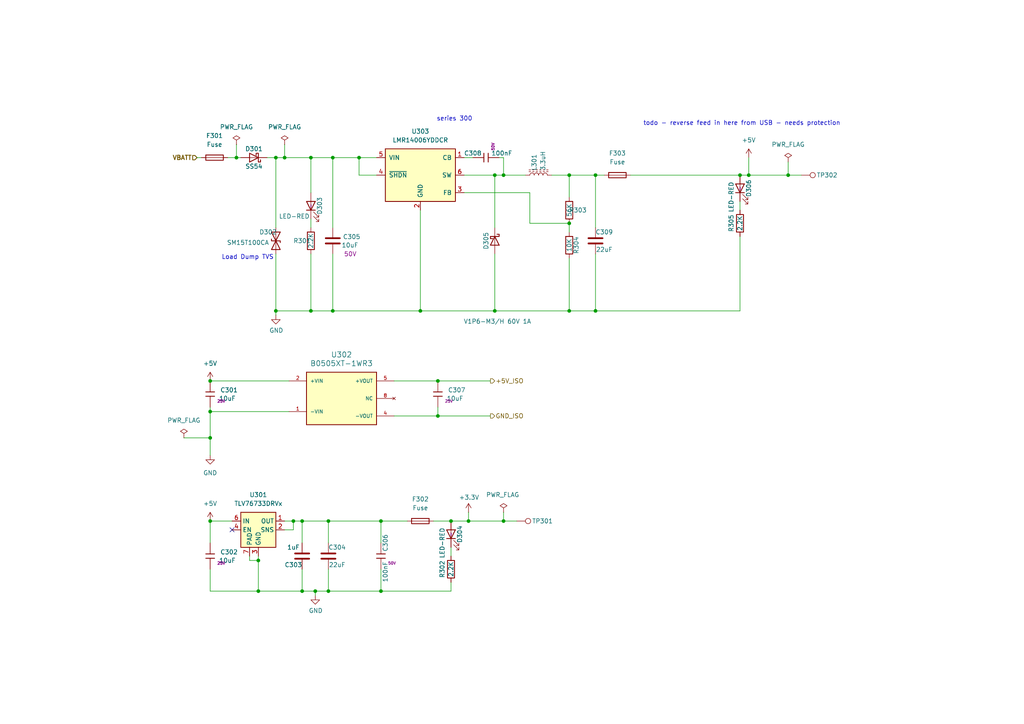
<source format=kicad_sch>
(kicad_sch (version 20250114) (generator "eeschema") (generator_version "9.0")
  (paper "A4")
  (lib_symbols
    (symbol "Connector:TestPoint" (pin_numbers (hide yes)) (pin_names (offset 0.762) (hide yes))
      (property "Reference" "TP" (at 0 6.858 0))
      (property "Value" "TestPoint" (at 0 5.08 0))
      (symbol "TestPoint_0_1"
        (circle (center 0 3.302) (radius 0.762))
      )
      (symbol "TestPoint_1_1"
        (pin passive line (at 0 0 90) (length 2.54) (name "1") (number "1"))
      )
    )
    (symbol "Device:C" (pin_numbers (hide yes)) (pin_names (offset 0.254))
      (property "Reference" "C" (at 0.635 2.54 0))
      (property "Value" "C" (at 0.635 -2.54 0))
      (symbol "C_0_1"
        (polyline (pts (xy -2.032 0.762) (xy 2.032 0.762)) (stroke (width 0.508)))
        (polyline (pts (xy -2.032 -0.762) (xy 2.032 -0.762)) (stroke (width 0.508)))
      )
      (symbol "C_1_1"
        (pin passive line (at 0 3.81 270) (length 2.794) (name "~") (number "1"))
        (pin passive line (at 0 -3.81 90) (length 2.794) (name "~") (number "2"))
      )
    )
    (symbol "Device:D_TVS" (pin_numbers (hide yes)) (pin_names (offset 1.016) (hide yes))
      (property "Reference" "D" (at 0 2.54 0))
      (property "Value" "D_TVS" (at 0 -2.54 0))
      (symbol "D_TVS_0_1"
        (polyline (pts (xy -2.54 1.27) (xy -2.54 -1.27) (xy 2.54 1.27) (xy 2.54 -1.27) (xy -2.54 1.27)) (stroke (width 0.254)))
        (polyline (pts (xy 0.508 1.27) (xy 0 1.27) (xy 0 -1.27) (xy -0.508 -1.27)) (stroke (width 0.254)))
        (polyline (pts (xy 1.27 0) (xy -1.27 0)))
      )
      (symbol "D_TVS_1_1"
        (pin passive line (at -3.81 0 0) (length 2.54) (name "A1") (number "1"))
        (pin passive line (at 3.81 0 180) (length 2.54) (name "A2") (number "2"))
      )
    )
    (symbol "Device:L_Ferrite" (pin_numbers (hide yes)) (pin_names (offset 1.016) (hide yes))
      (property "Reference" "L" (at -1.27 0 90))
      (property "Value" "L_Ferrite" (at 2.794 0 90))
      (symbol "L_Ferrite_0_1"
        (arc (start 0 2.54) (mid 0.6323 1.905) (end 0 1.27))
        (arc (start 0 1.27) (mid 0.6323 0.635) (end 0 0))
        (arc (start 0 0) (mid 0.6323 -0.635) (end 0 -1.27))
        (arc (start 0 -1.27) (mid 0.6323 -1.905) (end 0 -2.54))
        (polyline (pts (xy 1.016 2.286) (xy 1.016 2.794)))
        (polyline (pts (xy 1.016 1.27) (xy 1.016 1.778)))
        (polyline (pts (xy 1.016 0.254) (xy 1.016 0.762)))
        (polyline (pts (xy 1.016 -0.762) (xy 1.016 -0.254)))
        (polyline (pts (xy 1.016 -1.778) (xy 1.016 -1.27)))
        (polyline (pts (xy 1.016 -2.794) (xy 1.016 -2.286)))
        (polyline (pts (xy 1.524 2.794) (xy 1.524 2.286)))
        (polyline (pts (xy 1.524 1.778) (xy 1.524 1.27)))
        (polyline (pts (xy 1.524 0.762) (xy 1.524 0.254)))
        (polyline (pts (xy 1.524 -0.254) (xy 1.524 -0.762)))
        (polyline (pts (xy 1.524 -1.27) (xy 1.524 -1.778)))
        (polyline (pts (xy 1.524 -2.286) (xy 1.524 -2.794)))
      )
      (symbol "L_Ferrite_1_1"
        (pin passive line (at 0 3.81 270) (length 1.27) (name "1") (number "1"))
        (pin passive line (at 0 -3.81 90) (length 1.27) (name "2") (number "2"))
      )
    )
    (symbol "Fuse_16V_500mA_100A_1A_150mΩ_0805_PTC_Resettable_Fuses_ROHS_1" (pin_numbers (hide yes)) (pin_names (offset 0))
      (property "Reference" "F1" (at 6.35 0 90))
      (property "Value" "Fuse_16V_500mA_100A_1A_150mΩ_0805_PTC_Resettable_Fuses_ROHS" (at 3.81 0 90))
      (symbol "Fuse_16V_500mA_100A_1A_150mΩ_0805_PTC_Resettable_Fuses_ROHS_1_0_1"
        (rectangle (start -0.762 -2.54) (end 0.762 2.54) (stroke (width 0.254)))
        (polyline (pts (xy 0 2.54) (xy 0 -2.54)))
      )
      (symbol "Fuse_16V_500mA_100A_1A_150mΩ_0805_PTC_Resettable_Fuses_ROHS_1_1_1"
        (pin passive line (at 0 3.81 270) (length 1.27) (name "~") (number "1"))
        (pin passive line (at 0 -3.81 90) (length 1.27) (name "~") (number "2"))
      )
    )
    (symbol "Fuse_16V_500mA_100A_1A_150mΩ_0805_PTC_Resettable_Fuses_ROHS_2" (pin_numbers (hide yes)) (pin_names (offset 0))
      (property "Reference" "F1" (at 6.35 0 90))
      (property "Value" "Fuse_16V_500mA_100A_1A_150mΩ_0805_PTC_Resettable_Fuses_ROHS" (at 3.81 0 90))
      (symbol "Fuse_16V_500mA_100A_1A_150mΩ_0805_PTC_Resettable_Fuses_ROHS_2_0_1"
        (rectangle (start -0.762 -2.54) (end 0.762 2.54) (stroke (width 0.254)))
        (polyline (pts (xy 0 2.54) (xy 0 -2.54)))
      )
      (symbol "Fuse_16V_500mA_100A_1A_150mΩ_0805_PTC_Resettable_Fuses_ROHS_2_1_1"
        (pin passive line (at 0 3.81 270) (length 1.27) (name "~") (number "1"))
        (pin passive line (at 0 -3.81 90) (length 1.27) (name "~") (number "2"))
      )
    )
    (symbol "PCM_JLCPCB-Resistors:0402,2.2kΩ" (pin_numbers (hide yes)) (pin_names (offset 0))
      (property "Reference" "R" (at 1.778 0 0))
      (property "Value" "2.2kΩ" (at 0 0 90))
      (symbol "0402,2.2kΩ_0_1"
        (rectangle (start -1.016 2.54) (end 1.016 -2.54) (stroke (width 0.254)))
      )
      (symbol "0402,2.2kΩ_1_1"
        (pin passive line (at 0 3.81 270) (length 1.27) (name "~") (number "1"))
        (pin passive line (at 0 -3.81 90) (length 1.27) (name "~") (number "2"))
      )
    )
    (symbol "PCM_JLCPCB-Resistors:0402,56kΩ" (pin_numbers (hide yes)) (pin_names (offset 0))
      (property "Reference" "R" (at 1.778 0 0))
      (property "Value" "56kΩ" (at 0 0 90))
      (symbol "0402,56kΩ_0_1"
        (rectangle (start -1.016 2.54) (end 1.016 -2.54) (stroke (width 0.254)))
      )
      (symbol "0402,56kΩ_1_1"
        (pin passive line (at 0 3.81 270) (length 1.27) (name "~") (number "1"))
        (pin passive line (at 0 -3.81 90) (length 1.27) (name "~") (number "2"))
      )
    )
    (symbol "dnt_global:0402,10kΩ" (pin_numbers (hide yes)) (pin_names (offset 0))
      (property "Reference" "R" (at 1.778 0 0))
      (property "Value" "10kΩ" (at 0 0 90))
      (symbol "0402,10kΩ_0_1"
        (rectangle (start -1.016 2.54) (end 1.016 -2.54) (stroke (width 0.254)))
      )
      (symbol "0402,10kΩ_1_1"
        (pin passive line (at 0 3.81 270) (length 1.27) (name "~") (number "1"))
        (pin passive line (at 0 -3.81 90) (length 1.27) (name "~") (number "2"))
      )
    )
    (symbol "dnt_global:0603,100nF" (pin_numbers (hide yes)) (pin_names (offset 0))
      (property "Reference" "C" (at 2.032 1.668 0))
      (property "Value" "100nF" (at 2.032 -0.3782 0))
      (property "Voltage Rated" "50V" (at 2.032 -2.0462 0))
      (symbol "0603,100nF_0_1"
        (polyline (pts (xy -1.27 0.635) (xy 1.27 0.635)) (stroke (width 0.254)))
        (polyline (pts (xy -1.27 -0.635) (xy 1.27 -0.635)) (stroke (width 0.254)))
      )
      (symbol "0603,100nF_1_1"
        (pin passive line (at 0 3.81 270) (length 3.175) (name "~") (number "1"))
        (pin passive line (at 0 -3.81 90) (length 3.175) (name "~") (number "2"))
      )
    )
    (symbol "dnt_global:0603,10uF,_25V" (pin_numbers (hide yes)) (pin_names (offset 0))
      (property "Reference" "C" (at 2.032 1.668 0))
      (property "Value" "10uF" (at 2.032 -0.3782 0))
      (property "Voltage Rated" "25V" (at 2.032 -2.0462 0))
      (symbol "0603,10uF,_25V_0_1"
        (polyline (pts (xy -1.27 0.635) (xy 1.27 0.635)) (stroke (width 0.254)))
        (polyline (pts (xy -1.27 -0.635) (xy 1.27 -0.635)) (stroke (width 0.254)))
      )
      (symbol "0603,10uF,_25V_1_1"
        (pin passive line (at 0 3.81 270) (length 3.175) (name "~") (number "1"))
        (pin passive line (at 0 -3.81 90) (length 3.175) (name "~") (number "2"))
      )
    )
    (symbol "dnt_global:B0505_Isolated_SMD" (pin_names (offset 1.016))
      (property "Reference" "U" (at 0 12.7 0))
      (property "Value" "B0505XT-1WR3" (at 0 10.16 0))
      (symbol "B0505_Isolated_SMD_0_0"
        (rectangle (start -10.16 7.62) (end 10.16 -7.62) (stroke (width 0.254)) (fill (type background)))
        (pin no_connect line (at 15.24 0 180) (length 5.08) (name "NC") (number "8"))
      )
      (symbol "B0505_Isolated_SMD_1_0"
        (pin power_in line (at -15.24 5.08 0) (length 5.08) (name "+VIN") (number "2"))
        (pin power_in line (at -15.24 -3.81 0) (length 5.08) (name "-VIN") (number "1"))
        (pin power_out line (at 15.24 5.08 180) (length 5.08) (name "+VOUT") (number "5"))
        (pin power_out line (at 15.24 -5.08 180) (length 5.08) (name "-VOUT") (number "4"))
      )
    )
    (symbol "dnt_global:Diode - V1P6-M3/H 60V 1A Schotty " (pin_numbers (hide yes)) (pin_names (offset 1.016) (hide yes))
      (property "Reference" "D" (at 0 -2.54 0))
      (property "Value" "V1P6-M3/H 60V 1A" (at 0 2.54 0))
      (symbol "Diode - V1P6-M3/H 60V 1A Schotty _0_1"
        (polyline (pts (xy -1.905 0.635) (xy -1.905 1.27) (xy -1.27 1.27) (xy -1.27 -1.27) (xy -0.635 -1.27) (xy -0.635 -0.635)) (stroke (width 0.254)))
        (polyline (pts (xy 1.27 1.27) (xy 1.27 -1.27) (xy -1.27 0) (xy 1.27 1.27)) (stroke (width 0.254)))
        (polyline (pts (xy 1.27 0) (xy -1.27 0)))
      )
      (symbol "Diode - V1P6-M3/H 60V 1A Schotty _1_1"
        (pin passive line (at -3.81 0 0) (length 2.54) (name "K") (number "1"))
        (pin passive line (at 3.81 0 180) (length 2.54) (name "A") (number "2"))
      )
    )
    (symbol "dnt_global:Diode_SS54" (pin_numbers (hide yes)) (pin_names (offset 1.016) (hide yes))
      (property "Reference" "D" (at 0 -2.54 0))
      (property "Value" "SS54" (at 0 2.54 0))
      (symbol "Diode_SS54_0_1"
        (polyline (pts (xy -1.905 0.635) (xy -1.905 1.27) (xy -1.27 1.27) (xy -1.27 -1.27) (xy -0.635 -1.27) (xy -0.635 -0.635)) (stroke (width 0.254)))
        (polyline (pts (xy 1.27 1.27) (xy 1.27 -1.27) (xy -1.27 0) (xy 1.27 1.27)) (stroke (width 0.254)))
        (polyline (pts (xy 1.27 0) (xy -1.27 0)))
      )
      (symbol "Diode_SS54_1_1"
        (pin passive line (at -3.81 0 0) (length 2.54) (name "K") (number "1"))
        (pin passive line (at 3.81 0 180) (length 2.54) (name "A") (number "2"))
      )
    )
    (symbol "dnt_global:LED-RED" (pin_numbers (hide yes)) (pin_names (offset 1.016) (hide yes))
      (property "Reference" "D" (at 0 -2.54 0))
      (property "Value" "LED-RED" (at -3.048 4.826 90))
      (property "Datasheet" "~" (at 0 0 0))
      (symbol "LED-RED_0_1"
        (polyline (pts (xy -3.048 -0.762) (xy -4.572 -2.286) (xy -3.81 -2.286) (xy -4.572 -2.286) (xy -4.572 -1.524)))
        (polyline (pts (xy -1.778 -0.762) (xy -3.302 -2.286) (xy -2.54 -2.286) (xy -3.302 -2.286) (xy -3.302 -1.524)))
        (polyline (pts (xy -1.27 0) (xy 1.27 0)))
        (polyline (pts (xy -1.27 -1.27) (xy -1.27 1.27)) (stroke (width 0.254)))
        (polyline (pts (xy 1.27 -1.27) (xy 1.27 1.27) (xy -1.27 0) (xy 1.27 -1.27)) (stroke (width 0.254)))
      )
      (symbol "LED-RED_1_1"
        (pin passive line (at -3.81 0 0) (length 2.54) (name "K") (number "1"))
        (pin passive line (at 3.81 0 180) (length 2.54) (name "A") (number "2"))
      )
    )
    (symbol "dnt_global:LMR14006YDDCR" (pin_names (offset 1.016))
      (property "Reference" "U" (at -10.16 11.43 0))
      (property "Value" "LMR14006YDDCR" (at -10.16 8.89 0))
      (symbol "LMR14006YDDCR_0_1"
        (rectangle (start -10.16 7.62) (end 10.16 -7.62) (stroke (width 0.254)) (fill (type background)))
      )
      (symbol "LMR14006YDDCR_1_1"
        (pin power_in line (at -12.7 5.08 0) (length 2.54) (name "VIN") (number "5"))
        (pin input line (at -12.7 0 0) (length 2.54) (name "~{SHDN}") (number "4"))
        (pin power_in line (at 0 -10.16 90) (length 2.54) (name "GND") (number "2"))
        (pin input line (at 12.7 5.08 180) (length 2.54) (name "CB") (number "1"))
        (pin output line (at 12.7 0 180) (length 2.54) (name "SW") (number "6"))
        (pin input line (at 12.7 -5.08 180) (length 2.54) (name "FB") (number "3"))
      )
    )
    (symbol "dnt_global:TLV76733DRVx"
      (property "Reference" "U" (at 0 8.89 0))
      (property "Value" "TLV76733DRVx" (at 0.254 6.604 0))
      (symbol "TLV76733DRVx_0_1"
        (rectangle (start -5.08 -5.08) (end 5.08 5.08) (stroke (width 0.254)) (fill (type background)))
      )
      (symbol "TLV76733DRVx_1_1"
        (pin power_in line (at -7.62 2.54 0) (length 2.54) (name "IN") (number "6"))
        (pin input line (at -7.62 0 0) (length 2.54) (name "EN") (number "4"))
        (pin passive line (at -2.54 -7.62 90) (length 2.54) (name "PAD") (number "7"))
        (pin power_in line (at 0 -7.62 90) (length 2.54) (name "GND") (number "3"))
        (pin passive line (at 0 -7.62 90) (length 2.54) (hide yes) (name "GND") (number "5"))
        (pin power_out line (at 7.62 2.54 180) (length 2.54) (name "OUT") (number "1"))
        (pin input line (at 7.62 0 180) (length 2.54) (name "SNS") (number "2"))
      )
    )
    (symbol "power:+3.3V" (power) (pin_numbers (hide yes)) (pin_names (offset 0) (hide yes))
      (property "Value" "+3.3V" (at 0 3.556 0))
      (symbol "+3.3V_0_1"
        (polyline (pts (xy -0.762 1.27) (xy 0 2.54)))
        (polyline (pts (xy 0 2.54) (xy 0.762 1.27)))
        (polyline (pts (xy 0 0) (xy 0 2.54)))
      )
      (symbol "+3.3V_1_1"
        (pin power_in line (at 0 0 90) (length 0) (name "~") (number "1"))
      )
    )
    (symbol "power:+5V" (power) (pin_numbers (hide yes)) (pin_names (offset 0) (hide yes))
      (property "Value" "+5V" (at 0 3.556 0))
      (symbol "+5V_0_1"
        (polyline (pts (xy -0.762 1.27) (xy 0 2.54)))
        (polyline (pts (xy 0 2.54) (xy 0.762 1.27)))
        (polyline (pts (xy 0 0) (xy 0 2.54)))
      )
      (symbol "+5V_1_1"
        (pin power_in line (at 0 0 90) (length 0) (name "~") (number "1"))
      )
    )
    (symbol "power:GND" (power) (pin_numbers (hide yes)) (pin_names (offset 0) (hide yes))
      (property "Value" "GND" (at 0 -3.81 0))
      (symbol "GND_0_1"
        (polyline (pts (xy 0 0) (xy 0 -1.27) (xy 1.27 -1.27) (xy 0 -2.54) (xy -1.27 -1.27) (xy 0 -1.27)))
      )
      (symbol "GND_1_1"
        (pin power_in line (at 0 0 270) (length 0) (name "~") (number "1"))
      )
    )
    (symbol "power:PWR_FLAG" (power) (pin_numbers (hide yes)) (pin_names (offset 0) (hide yes))
      (property "Value" "PWR_FLAG" (at 0 3.81 0))
      (symbol "PWR_FLAG_0_0"
        (pin power_out line (at 0 0 90) (length 0) (name "~") (number "1"))
      )
      (symbol "PWR_FLAG_0_1"
        (polyline (pts (xy 0 0) (xy 0 1.27) (xy -1.016 1.905) (xy 0 2.54) (xy 1.016 1.905) (xy 0 1.27)))
      )
    )
  )
  (text "Load Dump TVS\n\n" (at 64.262 77.47 0) (effects (font (size 1.27 1.27) (thickness 0.1588)) (justify left bottom)))
  (text "series 300" (at 131.826 34.544 0) (effects (font (size 1.27 1.27))))
  (text "todo - reverse feed in here from USB - needs protection " (at 215.646 35.814 0) (effects (font (size 1.27 1.27))))
  (junction (at 110.49 171.45))
  (junction (at 60.96 127))
  (junction (at 143.51 90.17))
  (junction (at 85.09 151.13))
  (junction (at 172.72 50.8))
  (junction (at 80.01 90.17))
  (junction (at 146.05 151.13))
  (junction (at 91.44 171.45))
  (junction (at 165.1 50.8))
  (junction (at 110.49 151.13))
  (junction (at 74.93 162.56))
  (junction (at 87.63 171.45))
  (junction (at 165.1 90.17))
  (junction (at 90.17 90.17))
  (junction (at 60.96 119.38))
  (junction (at 60.96 151.13))
  (junction (at 104.14 45.72))
  (junction (at 165.1 64.77))
  (junction (at 74.93 171.45))
  (junction (at 82.55 45.72))
  (junction (at 90.17 45.72))
  (junction (at 127 110.49))
  (junction (at 127 120.65))
  (junction (at 68.58 45.72))
  (junction (at 130.81 151.13))
  (junction (at 143.51 50.8))
  (junction (at 146.05 50.8))
  (junction (at 172.72 90.17))
  (junction (at 60.96 110.49))
  (junction (at 217.17 50.8))
  (junction (at 80.01 45.72))
  (junction (at 135.89 151.13))
  (junction (at 96.52 45.72))
  (junction (at 214.63 50.8))
  (junction (at 228.6 50.8))
  (junction (at 95.25 151.13))
  (junction (at 95.25 171.45))
  (junction (at 121.92 90.17))
  (junction (at 87.63 151.13))
  (junction (at 96.52 90.17))
  (no_connect (at 67.31 153.67))
  (wire (pts (xy 214.63 90.17) (xy 172.72 90.17)))
  (wire (pts (xy 153.67 55.88) (xy 153.67 64.77)))
  (wire (pts (xy 60.96 165.1) (xy 60.96 171.45)))
  (wire (pts (xy 217.17 45.72) (xy 217.17 50.8)))
  (wire (pts (xy 87.63 165.1) (xy 87.63 171.45)))
  (wire (pts (xy 95.25 151.13) (xy 110.49 151.13)))
  (wire (pts (xy 83.82 110.49) (xy 60.96 110.49)))
  (wire (pts (xy 95.25 157.48) (xy 95.25 151.13)))
  (wire (pts (xy 104.14 45.72) (xy 104.14 50.8)))
  (wire (pts (xy 228.6 50.8) (xy 217.17 50.8)))
  (wire (pts (xy 82.55 41.91) (xy 82.55 45.72)))
  (wire (pts (xy 165.1 74.93) (xy 165.1 90.17)))
  (wire (pts (xy 214.63 50.8) (xy 217.17 50.8)))
  (wire (pts (xy 80.01 45.72) (xy 80.01 66.04)))
  (wire (pts (xy 96.52 45.72) (xy 96.52 66.04)))
  (wire (pts (xy 68.58 41.91) (xy 68.58 45.72)))
  (wire (pts (xy 146.05 45.72) (xy 144.78 45.72)))
  (wire (pts (xy 130.81 158.75) (xy 130.81 161.29)))
  (wire (pts (xy 96.52 73.66) (xy 96.52 90.17)))
  (wire (pts (xy 143.51 73.66) (xy 143.51 90.17)))
  (wire (pts (xy 77.47 45.72) (xy 80.01 45.72)))
  (wire (pts (xy 80.01 90.17) (xy 80.01 73.66)))
  (wire (pts (xy 135.89 148.59) (xy 135.89 151.13)))
  (wire (pts (xy 74.93 161.29) (xy 74.93 162.56)))
  (wire (pts (xy 68.58 45.72) (xy 69.85 45.72)))
  (wire (pts (xy 135.89 151.13) (xy 146.05 151.13)))
  (wire (pts (xy 87.63 171.45) (xy 91.44 171.45)))
  (wire (pts (xy 80.01 91.44) (xy 80.01 90.17)))
  (wire (pts (xy 110.49 171.45) (xy 130.81 171.45)))
  (wire (pts (xy 95.25 165.1) (xy 95.25 171.45)))
  (wire (pts (xy 66.04 45.72) (xy 68.58 45.72)))
  (wire (pts (xy 74.93 171.45) (xy 87.63 171.45)))
  (wire (pts (xy 125.73 151.13) (xy 130.81 151.13)))
  (wire (pts (xy 146.05 45.72) (xy 146.05 50.8)))
  (wire (pts (xy 172.72 50.8) (xy 172.72 66.04)))
  (wire (pts (xy 130.81 151.13) (xy 135.89 151.13)))
  (wire (pts (xy 57.15 45.72) (xy 58.42 45.72)))
  (wire (pts (xy 110.49 171.45) (xy 110.49 165.1)))
  (wire (pts (xy 104.14 45.72) (xy 109.22 45.72)))
  (wire (pts (xy 82.55 45.72) (xy 90.17 45.72)))
  (wire (pts (xy 146.05 148.59) (xy 146.05 151.13)))
  (wire (pts (xy 85.09 153.67) (xy 85.09 151.13)))
  (wire (pts (xy 110.49 151.13) (xy 118.11 151.13)))
  (wire (pts (xy 172.72 73.66) (xy 172.72 90.17)))
  (wire (pts (xy 95.25 171.45) (xy 110.49 171.45)))
  (wire (pts (xy 121.92 60.96) (xy 121.92 90.17)))
  (wire (pts (xy 214.63 58.42) (xy 214.63 60.96)))
  (wire (pts (xy 165.1 50.8) (xy 165.1 57.15)))
  (wire (pts (xy 60.96 118.11) (xy 60.96 119.38)))
  (wire (pts (xy 96.52 90.17) (xy 121.92 90.17)))
  (wire (pts (xy 134.62 55.88) (xy 153.67 55.88)))
  (wire (pts (xy 82.55 45.72) (xy 80.01 45.72)))
  (wire (pts (xy 82.55 153.67) (xy 85.09 153.67)))
  (wire (pts (xy 60.96 119.38) (xy 83.82 119.38)))
  (wire (pts (xy 53.34 127) (xy 60.96 127)))
  (wire (pts (xy 72.39 161.29) (xy 72.39 162.56)))
  (wire (pts (xy 110.49 157.48) (xy 110.49 151.13)))
  (wire (pts (xy 114.3 110.49) (xy 127 110.49)))
  (wire (pts (xy 160.02 50.8) (xy 165.1 50.8)))
  (wire (pts (xy 134.62 50.8) (xy 143.51 50.8)))
  (wire (pts (xy 72.39 162.56) (xy 74.93 162.56)))
  (wire (pts (xy 85.09 151.13) (xy 87.63 151.13)))
  (wire (pts (xy 91.44 172.72) (xy 91.44 171.45)))
  (wire (pts (xy 165.1 90.17) (xy 172.72 90.17)))
  (wire (pts (xy 91.44 171.45) (xy 95.25 171.45)))
  (wire (pts (xy 80.01 90.17) (xy 90.17 90.17)))
  (wire (pts (xy 228.6 46.99) (xy 228.6 50.8)))
  (wire (pts (xy 143.51 50.8) (xy 143.51 66.04)))
  (wire (pts (xy 60.96 151.13) (xy 67.31 151.13)))
  (wire (pts (xy 146.05 151.13) (xy 149.86 151.13)))
  (wire (pts (xy 228.6 50.8) (xy 232.41 50.8)))
  (wire (pts (xy 165.1 64.77) (xy 165.1 67.31)))
  (wire (pts (xy 60.96 171.45) (xy 74.93 171.45)))
  (wire (pts (xy 146.05 50.8) (xy 152.4 50.8)))
  (wire (pts (xy 90.17 63.5) (xy 90.17 66.04)))
  (wire (pts (xy 90.17 55.88) (xy 90.17 45.72)))
  (wire (pts (xy 87.63 151.13) (xy 87.63 157.48)))
  (wire (pts (xy 143.51 50.8) (xy 146.05 50.8)))
  (wire (pts (xy 165.1 50.8) (xy 172.72 50.8)))
  (wire (pts (xy 87.63 151.13) (xy 95.25 151.13)))
  (wire (pts (xy 60.96 151.13) (xy 60.96 157.48)))
  (wire (pts (xy 96.52 45.72) (xy 104.14 45.72)))
  (wire (pts (xy 82.55 151.13) (xy 85.09 151.13)))
  (wire (pts (xy 172.72 50.8) (xy 175.26 50.8)))
  (wire (pts (xy 114.3 120.65) (xy 127 120.65)))
  (wire (pts (xy 127 118.11) (xy 127 120.65)))
  (wire (pts (xy 127 110.49) (xy 142.24 110.49)))
  (wire (pts (xy 182.88 50.8) (xy 214.63 50.8)))
  (wire (pts (xy 121.92 90.17) (xy 143.51 90.17)))
  (wire (pts (xy 104.14 50.8) (xy 109.22 50.8)))
  (wire (pts (xy 214.63 68.58) (xy 214.63 90.17)))
  (wire (pts (xy 153.67 64.77) (xy 165.1 64.77)))
  (wire (pts (xy 90.17 45.72) (xy 96.52 45.72)))
  (wire (pts (xy 90.17 73.66) (xy 90.17 90.17)))
  (wire (pts (xy 60.96 127) (xy 60.96 132.08)))
  (wire (pts (xy 143.51 90.17) (xy 165.1 90.17)))
  (wire (pts (xy 74.93 162.56) (xy 74.93 171.45)))
  (wire (pts (xy 134.62 45.72) (xy 137.16 45.72)))
  (wire (pts (xy 130.81 171.45) (xy 130.81 168.91)))
  (wire (pts (xy 90.17 90.17) (xy 96.52 90.17)))
  (wire (pts (xy 60.96 119.38) (xy 60.96 127)))
  (wire (pts (xy 127 120.65) (xy 142.24 120.65)))
  (hierarchical_label "GND_ISO" (shape output) (at 142.24 120.65 0) (effects (font (thickness 0.1588))))
  (hierarchical_label "+5V_ISO" (shape output) (at 142.24 110.49 0) (effects (font (thickness 0.1588))))
  (hierarchical_label "VBATT" (shape input) (at 57.15 45.72 180) (effects (font (bold yes))))
  (symbol (lib_id "dnt_global:Diode - V1P6-M3/H 60V 1A Schotty ") (at 143.51 69.85 270) (unit 1)
    (property "Reference" "D305" (at 140.97 69.85 0))
    (property "Value" "V1P6-M3/H 60V 1A" (at 144.272 93.218 90))
    (property "Footprint" "Diode_SMD:D_MicroSMP_AK" (effects (hide yes)))
    (property "Datasheet" "https://wmsc.lcsc.com/wmsc/upload/file/pdf/v2/lcsc/2312121230_Vishay-Intertech-V1P6-M3-H_C3757499.pdf" (effects (hide yes)))
    (property "Description" "Vishay Intertech  -60V 1A 600mV@1A MicroSMP(DO-219AD)  Schottky Diodes ROHS" (effects (hide yes)))
    (property "LCSC" "C3757499" (effects (hide yes)))
  )
  (symbol (lib_name "Fuse_16V_500mA_100A_1A_150mΩ_0805_PTC_Resettable_Fuses_ROHS_2") (lib_id "dnt_global:Fuse_16V_500mA_100A_1A_150mΩ_0805_PTC_Resettable_Fuses_ROHS") (at 121.92 151.13 90) (unit 1)
    (property "Reference" "F302" (at 121.92 144.78 90))
    (property "Value" "Fuse" (at 121.92 147.32 90))
    (property "Footprint" "Fuse:Fuse_0805_2012Metric" (effects (hide yes)))
    (property "Description" "Fuse" (effects (hide yes)))
    (property "LCSC" "C2833485" (effects (hide yes)))
  )
  (symbol (lib_id "power:+5V") (at 217.17 45.72 0) (unit 1)
    (property "Reference" "#PWR0307" (effects (hide yes)))
    (property "Value" "+5V" (at 217.17 40.64 0))
    (property "Description" "Power symbol creates a global label with name \"+5V\"" (effects (hide yes)))
  )
  (symbol (lib_name "Fuse_16V_500mA_100A_1A_150mΩ_0805_PTC_Resettable_Fuses_ROHS_1") (lib_id "dnt_global:Fuse_16V_500mA_100A_1A_150mΩ_0805_PTC_Resettable_Fuses_ROHS") (at 62.23 45.72 90) (unit 1)
    (property "Reference" "F301" (at 62.23 39.37 90))
    (property "Value" "Fuse" (at 62.23 41.91 90))
    (property "Footprint" "Fuse:Fuse_0805_2012Metric" (effects (hide yes)))
    (property "Description" "Fuse" (effects (hide yes)))
    (property "LCSC" "C2833485" (effects (hide yes)))
  )
  (symbol (lib_id "Device:L_Ferrite") (at 156.21 50.8 90) (unit 1)
    (property "Reference" "L301" (at 154.9399 49.53 0) (effects (justify left)))
    (property "Value" "3.3uH" (at 157.4799 49.53 0) (effects (justify left)))
    (property "Footprint" "Inductor_SMD:L_Sunlord_SWPA4030S" (effects (hide yes)))
    (property "Description" "Inductor with ferrite core" (effects (hide yes)))
    (property "LCSC" "C15269" (effects (hide yes)))
  )
  (symbol (lib_id "dnt_global:Diode_SS54") (at 73.66 45.72 180) (unit 1)
    (property "Reference" "D301" (at 73.66 43.18 0))
    (property "Value" "SS54" (at 73.66 48.26 0))
    (property "Footprint" "dnt:D_SMA - polarity" (effects (hide yes)))
    (property "Datasheet" "https://wmsc.lcsc.com/wmsc/upload/file/pdf/v2/lcsc/2303141100_MDD-Microdiode-Electronics-SS54_C22452.pdf" (effects (hide yes)))
    (property "Description" "40V 550mV@5A 5A SMA(DO-214AC) Schottky Barrier Diodes (SBD) ROHS" (effects (hide yes)))
    (property "LCSC" "C22452" (effects (hide yes)))
    (property "JLCPCB Rotation Offset" "0" (effects (hide yes)))
  )
  (symbol (lib_id "dnt_global:0603,10uF,_25V") (at 60.96 161.29 0) (unit 1)
    (property "Reference" "C302" (at 63.881 160.1216 0) (effects (justify left)))
    (property "Value" "10uF" (at 63.5 162.56 0) (effects (justify left)))
    (property "Footprint" "dnt:C_0603_1608Metric" (effects (hide yes)))
    (property "Datasheet" "https://www.lcsc.com/datasheet/lcsc_datasheet_2304140030_Samsung-Electro-Mechanics-CL10A106MA8NRNC_C96446.pdf" (effects (hide yes)))
    (property "Description" "25V 10uF X5R ±20% 0603 Multilayer Ceramic Capacitors MLCC - SMD/SMT ROHS" (effects (hide yes)))
    (property "LCSC" "C96446" (effects (hide yes)))
    (property "Stock" "3388297" (effects (hide yes)))
    (property "Price" "0.021USD" (effects (hide yes)))
    (property "Process" "SMT" (effects (hide yes)))
    (property "Minimum Qty" "20" (effects (hide yes)))
    (property "Attrition Qty" "8" (effects (hide yes)))
    (property "Class" "Basic Component" (effects (hide yes)))
    (property "Category" "Capacitors,Multilayer Ceramic Capacitors MLCC - SMD/SMT" (effects (hide yes)))
    (property "Manufacturer" "Samsung Electro-Mechanics" (effects (hide yes)))
    (property "Part" "CL10A106MA8NRNC" (effects (hide yes)))
    (property "Voltage Rated" "25V" (at 62.992 163.3362 0) (effects (font (size 0.8 0.8)) (justify left)))
    (property "Tolerance" "±20%" (effects (hide yes)))
    (property "Capacitance" "10uF" (effects (hide yes)))
    (property "Temperature Coefficient" "X5R" (effects (hide yes)))
  )
  (symbol (lib_id "power:GND") (at 91.44 172.72 0) (unit 1)
    (property "Reference" "#PWR0305" (effects (hide yes)))
    (property "Value" "GND" (at 91.567 177.1142 0))
    (property "Description" "Power symbol creates a global label with name \"GND\" , ground" (effects (hide yes)))
  )
  (symbol (lib_id "power:+5V") (at 60.96 110.49 0) (unit 1)
    (property "Reference" "#PWR0301" (effects (hide yes)))
    (property "Value" "+5V" (at 60.96 105.41 0))
    (property "Description" "Power symbol creates a global label with name \"+5V\"" (effects (hide yes)))
  )
  (symbol (lib_name "Fuse_16V_500mA_100A_1A_150mΩ_0805_PTC_Resettable_Fuses_ROHS_1") (lib_id "dnt_global:Fuse_16V_500mA_100A_1A_150mΩ_0805_PTC_Resettable_Fuses_ROHS") (at 179.07 50.8 90) (unit 1)
    (property "Reference" "F303" (at 179.07 44.45 90))
    (property "Value" "Fuse" (at 179.07 46.99 90))
    (property "Footprint" "Fuse:Fuse_0805_2012Metric" (effects (hide yes)))
    (property "Description" "Fuse" (effects (hide yes)))
    (property "LCSC" "C2833485" (effects (hide yes)))
  )
  (symbol (lib_id "dnt_global:0603,10uF,_25V") (at 127 114.3 0) (unit 1)
    (property "Reference" "C307" (at 129.921 113.1316 0) (effects (justify left)))
    (property "Value" "10uF" (at 129.54 115.57 0) (effects (justify left)))
    (property "Footprint" "dnt:C_0603_1608Metric" (effects (hide yes)))
    (property "Datasheet" "https://www.lcsc.com/datasheet/lcsc_datasheet_2304140030_Samsung-Electro-Mechanics-CL10A106MA8NRNC_C96446.pdf" (effects (hide yes)))
    (property "Description" "25V 10uF X5R ±20% 0603 Multilayer Ceramic Capacitors MLCC - SMD/SMT ROHS" (effects (hide yes)))
    (property "LCSC" "C96446" (effects (hide yes)))
    (property "Stock" "3388297" (effects (hide yes)))
    (property "Price" "0.021USD" (effects (hide yes)))
    (property "Process" "SMT" (effects (hide yes)))
    (property "Minimum Qty" "20" (effects (hide yes)))
    (property "Attrition Qty" "8" (effects (hide yes)))
    (property "Class" "Basic Component" (effects (hide yes)))
    (property "Category" "Capacitors,Multilayer Ceramic Capacitors MLCC - SMD/SMT" (effects (hide yes)))
    (property "Manufacturer" "Samsung Electro-Mechanics" (effects (hide yes)))
    (property "Part" "CL10A106MA8NRNC" (effects (hide yes)))
    (property "Voltage Rated" "25V" (at 129.032 116.3462 0) (effects (font (size 0.8 0.8)) (justify left)))
    (property "Tolerance" "±20%" (effects (hide yes)))
    (property "Capacitance" "10uF" (effects (hide yes)))
    (property "Temperature Coefficient" "X5R" (effects (hide yes)))
  )
  (symbol (lib_id "dnt_global:LED-RED") (at 130.81 154.94 90) (unit 1)
    (property "Reference" "D304" (at 133.35 154.94 0))
    (property "Value" "LED-RED" (at 128.27 157.48 0))
    (property "Footprint" "dnt:LED_0603_1608Metric - polarity" (effects (hide yes)))
    (property "Datasheet" "~" (at 130.81 154.94 0) (effects (font (size 1.524 1.524))))
    (property "Description" "Light emitting diode" (effects (hide yes)))
    (property "LCSC" "C2286" (effects (hide yes)))
    (property "JLCPCB Rotation Offset" "0" (effects (hide yes)))
  )
  (symbol (lib_id "power:+5V") (at 60.96 151.13 0) (unit 1)
    (property "Reference" "#PWR0303" (effects (hide yes)))
    (property "Value" "+5V" (at 60.96 146.05 0))
    (property "Description" "Power symbol creates a global label with name \"+5V\"" (effects (hide yes)))
  )
  (symbol (lib_id "PCM_JLCPCB-Resistors:0402,2.2kΩ") (at 90.17 69.85 180) (unit 1)
    (property "Reference" "R301" (at 87.63 69.85 0))
    (property "Value" "2.2K" (at 90.17 69.85 90))
    (property "Footprint" "PCM_JLCPCB:R_0402" (effects (hide yes)))
    (property "Datasheet" "https://www.lcsc.com/datasheet/lcsc_datasheet_2206010045_UNI-ROYAL-Uniroyal-Elec-0402WGF2201TCE_C25879.pdf" (effects (hide yes)))
    (property "Description" "62.5mW Thick Film Resistors 50V ±100ppm/°C ±1% 2.2kΩ 0402 Chip Resistor - Surface Mount ROHS" (effects (hide yes)))
    (property "LCSC" "C25879" (effects (hide yes)))
    (property "Manufacturer" "UNI-ROYAL(Uniroyal Elec)" (effects (hide yes)))
    (property "Stock" "1767502" (effects (hide yes)))
    (property "Price" "0.004USD" (effects (hide yes)))
    (property "Process" "SMT" (effects (hide yes)))
    (property "Minimum Qty" "20" (effects (hide yes)))
    (property "Attrition Qty" "10" (effects (hide yes)))
    (property "Class" "Basic Component" (effects (hide yes)))
    (property "Category" "Resistors,Chip Resistor - Surface Mount" (effects (hide yes)))
    (property "Part" "0402WGF2201TCE" (effects (hide yes)))
    (property "Resistance" "2.2kΩ" (effects (hide yes)))
    (property "Power(Watts)" "62.5mW" (effects (hide yes)))
    (property "Type" "Thick Film Resistors" (effects (hide yes)))
    (property "Overload Voltage (Max)" "50V" (effects (hide yes)))
    (property "Operating Temperature Range" "-55°C~+155°C" (effects (hide yes)))
    (property "Tolerance" "±1%" (effects (hide yes)))
    (property "Temperature Coefficient" "±100ppm/°C" (effects (hide yes)))
  )
  (symbol (lib_id "dnt_global:0603,100nF") (at 110.49 161.29 0) (unit 1)
    (property "Reference" "C306" (at 111.76 160.02 90) (effects (justify left)))
    (property "Value" "100nF" (at 111.76 168.91 90) (effects (justify left)))
    (property "Footprint" "dnt:C_0603_1608Metric" (effects (hide yes)))
    (property "Datasheet" "https://www.lcsc.com/datasheet/lcsc_datasheet_2211101700_YAGEO-CC0603KRX7R9BB104_C14663.pdf" (effects (hide yes)))
    (property "Description" "50V 100nF X7R ±10% 0603 Multilayer Ceramic Capacitors MLCC - SMD/SMT ROHS" (effects (hide yes)))
    (property "LCSC" "C14663" (effects (hide yes)))
    (property "Manufacturer" "YAGEO" (effects (hide yes)))
    (property "Stock" "70324515" (effects (hide yes)))
    (property "Price" "0.006USD" (effects (hide yes)))
    (property "Process" "SMT" (effects (hide yes)))
    (property "Minimum Qty" "20" (effects (hide yes)))
    (property "Attrition Qty" "10" (effects (hide yes)))
    (property "Class" "Basic Component" (effects (hide yes)))
    (property "Category" "Capacitors,Multilayer Ceramic Capacitors MLCC - SMD/SMT" (effects (hide yes)))
    (property "Part" "CC0603KRX7R9BB104" (effects (hide yes)))
    (property "Voltage Rated" "50V" (at 112.522 163.3362 0) (effects (font (size 0.8 0.8)) (justify left)))
    (property "Tolerance" "±10%" (effects (hide yes)))
    (property "Capacitance" "100nF" (effects (hide yes)))
    (property "Temperature Coefficient" "X7R" (effects (hide yes)))
  )
  (symbol (lib_id "Device:C") (at 172.72 69.85 0) (unit 1)
    (property "Reference" "C309" (at 175.26 67.31 0))
    (property "Value" "22uF" (at 175.26 72.39 0))
    (property "Footprint" "Capacitor_SMD:C_0805_2012Metric" (effects (hide yes)))
    (property "Description" "Unpolarized capacitor" (effects (hide yes)))
    (property "LCSC" " C45783" (effects (hide yes)))
    (property "Voltage" "25V" (effects (hide yes)))
  )
  (symbol (lib_id "power:GND") (at 80.01 91.44 0) (unit 1)
    (property "Reference" "#PWR0304" (effects (hide yes)))
    (property "Value" "GND" (at 80.137 95.8342 0))
    (property "Description" "Power symbol creates a global label with name \"GND\" , ground" (effects (hide yes)))
  )
  (symbol (lib_id "PCM_JLCPCB-Resistors:0402,56kΩ") (at 165.1 60.96 0) (unit 1)
    (property "Reference" "R303" (at 167.64 60.96 0))
    (property "Value" "56K" (at 165.1 60.96 90))
    (property "Footprint" "PCM_JLCPCB:R_0402" (effects (hide yes)))
    (property "Datasheet" "https://www.lcsc.com/datasheet/lcsc_datasheet_2411221126_UNI-ROYAL-Uniroyal-Elec-0402WGF5602TCE_C25796.pdf" (effects (hide yes)))
    (property "Description" "62.5mW Thick Film Resistors 50V ±100ppm/°C ±1% 56kΩ 0402 Chip Resistor - Surface Mount ROHS" (effects (hide yes)))
    (property "LCSC" "C25796" (effects (hide yes)))
    (property "Manufacturer" "UNI-ROYAL(Uniroyal Elec)" (effects (hide yes)))
    (property "Stock" "478348" (effects (hide yes)))
    (property "Price" "0.004USD" (effects (hide yes)))
    (property "Process" "SMT" (effects (hide yes)))
    (property "Minimum Qty" "20" (effects (hide yes)))
    (property "Attrition Qty" "10" (effects (hide yes)))
    (property "Class" "Preferred Component" (effects (hide yes)))
    (property "Category" "Resistors,Chip Resistor - Surface Mount" (effects (hide yes)))
    (property "Part" "0402WGF5602TCE" (effects (hide yes)))
    (property "Resistance" "56kΩ" (effects (hide yes)))
    (property "Power(Watts)" "62.5mW" (effects (hide yes)))
    (property "Type" "Thick Film Resistors" (effects (hide yes)))
    (property "Overload Voltage (Max)" "50V" (effects (hide yes)))
    (property "Operating Temperature Range" "-55°C~+155°C" (effects (hide yes)))
    (property "Tolerance" "±1%" (effects (hide yes)))
    (property "Temperature Coefficient" "±100ppm/°C" (effects (hide yes)))
  )
  (symbol (lib_id "Device:D_TVS") (at 80.01 69.85 270) (unit 1)
    (property "Reference" "D302" (at 75.184 67.31 90) (effects (justify left)))
    (property "Value" "SM15T100CA" (at 65.786 70.358 90) (effects (justify left)))
    (property "Footprint" "Diode_SMD:D_SMC" (effects (hide yes)))
    (property "Description" "Bidirectional transient-voltage-suppression diode" (effects (hide yes)))
    (property "LCSC" "C1975873" (effects (hide yes)))
  )
  (symbol (lib_id "Connector:TestPoint") (at 232.41 50.8 270) (unit 1) (in_bom no)
    (property "Reference" "TP302" (at 236.855 50.8 90) (effects (justify left)))
    (property "Value" "5V" (effects (hide yes)))
    (property "Footprint" "dnt:TestPoint_Pad_D1.0mm FP .6R" (effects (hide yes)))
    (property "Description" "test point" (effects (hide yes)))
    (property "Part #" "DNP" (effects (hide yes)))
    (property "VEND" "DNP" (effects (hide yes)))
    (property "VEND#" "DNP" (effects (hide yes)))
    (property "Manufacturer" "DNP" (effects (hide yes)))
  )
  (symbol (lib_id "power:PWR_FLAG") (at 228.6 46.99 0) (unit 1)
    (property "Reference" "#FLG0305" (effects (hide yes)))
    (property "Value" "PWR_FLAG" (at 228.6 41.91 0))
    (property "Description" "Special symbol for telling ERC where power comes from" (effects (hide yes)))
  )
  (symbol (lib_id "power:PWR_FLAG") (at 53.34 127 0) (unit 1)
    (property "Reference" "#FLG0301" (effects (hide yes)))
    (property "Value" "PWR_FLAG" (at 53.34 121.92 0))
    (property "Description" "Special symbol for telling ERC where power comes from" (effects (hide yes)))
  )
  (symbol (lib_id "power:PWR_FLAG") (at 82.55 41.91 0) (unit 1)
    (property "Reference" "#FLG0303" (effects (hide yes)))
    (property "Value" "PWR_FLAG" (at 82.55 36.83 0))
    (property "Description" "Special symbol for telling ERC where power comes from" (effects (hide yes)))
  )
  (symbol (lib_id "PCM_JLCPCB-Resistors:0402,2.2kΩ") (at 214.63 64.77 180) (unit 1)
    (property "Reference" "R305" (at 212.09 64.77 90))
    (property "Value" "2.2K" (at 214.63 64.77 90))
    (property "Footprint" "PCM_JLCPCB:R_0402" (effects (hide yes)))
    (property "Datasheet" "https://www.lcsc.com/datasheet/lcsc_datasheet_2206010045_UNI-ROYAL-Uniroyal-Elec-0402WGF2201TCE_C25879.pdf" (effects (hide yes)))
    (property "Description" "62.5mW Thick Film Resistors 50V ±100ppm/°C ±1% 2.2kΩ 0402 Chip Resistor - Surface Mount ROHS" (effects (hide yes)))
    (property "LCSC" "C25879" (effects (hide yes)))
    (property "Manufacturer" "UNI-ROYAL(Uniroyal Elec)" (effects (hide yes)))
    (property "Stock" "1767502" (effects (hide yes)))
    (property "Price" "0.004USD" (effects (hide yes)))
    (property "Process" "SMT" (effects (hide yes)))
    (property "Minimum Qty" "20" (effects (hide yes)))
    (property "Attrition Qty" "10" (effects (hide yes)))
    (property "Class" "Basic Component" (effects (hide yes)))
    (property "Category" "Resistors,Chip Resistor - Surface Mount" (effects (hide yes)))
    (property "Part" "0402WGF2201TCE" (effects (hide yes)))
    (property "Resistance" "2.2kΩ" (effects (hide yes)))
    (property "Power(Watts)" "62.5mW" (effects (hide yes)))
    (property "Type" "Thick Film Resistors" (effects (hide yes)))
    (property "Overload Voltage (Max)" "50V" (effects (hide yes)))
    (property "Operating Temperature Range" "-55°C~+155°C" (effects (hide yes)))
    (property "Tolerance" "±1%" (effects (hide yes)))
    (property "Temperature Coefficient" "±100ppm/°C" (effects (hide yes)))
  )
  (symbol (lib_id "dnt_global:LED-RED") (at 214.63 54.61 90) (unit 1)
    (property "Reference" "D306" (at 217.17 54.61 0))
    (property "Value" "LED-RED" (at 212.09 57.15 0))
    (property "Footprint" "dnt:LED_0603_1608Metric - polarity" (effects (hide yes)))
    (property "Datasheet" "~" (at 214.63 54.61 0) (effects (font (size 1.524 1.524))))
    (property "Description" "Light emitting diode" (effects (hide yes)))
    (property "LCSC" "C2286" (effects (hide yes)))
    (property "JLCPCB Rotation Offset" "0" (effects (hide yes)))
  )
  (symbol (lib_id "power:PWR_FLAG") (at 146.05 148.59 0) (unit 1)
    (property "Reference" "#FLG0304" (effects (hide yes)))
    (property "Value" "PWR_FLAG" (at 145.796 143.51 0))
    (property "Description" "Special symbol for telling ERC where power comes from" (effects (hide yes)))
  )
  (symbol (lib_id "dnt_global:LED-RED") (at 90.17 59.69 90) (unit 1)
    (property "Reference" "D303" (at 92.71 59.69 0))
    (property "Value" "LED-RED" (at 85.344 62.738 90))
    (property "Footprint" "dnt:LED_0603_1608Metric - polarity" (effects (hide yes)))
    (property "Datasheet" "~" (at 90.17 59.69 0) (effects (font (size 1.524 1.524))))
    (property "Description" "Light emitting diode" (effects (hide yes)))
    (property "LCSC" "C2286" (effects (hide yes)))
    (property "JLCPCB Rotation Offset" "0" (effects (hide yes)))
  )
  (symbol (lib_id "Connector:TestPoint") (at 149.86 151.13 270) (unit 1) (in_bom no)
    (property "Reference" "TP301" (at 154.305 151.13 90) (effects (justify left)))
    (property "Value" "+3.3V" (effects (hide yes)))
    (property "Footprint" "dnt:TestPoint_Pad_D1.0mm FP .6R" (effects (hide yes)))
    (property "Description" "test point" (effects (hide yes)))
    (property "Part #" "DNP" (effects (hide yes)))
    (property "VEND" "DNP" (effects (hide yes)))
    (property "VEND#" "DNP" (effects (hide yes)))
    (property "Manufacturer" "DNP" (effects (hide yes)))
  )
  (symbol (lib_id "dnt_global:0603,10uF,_25V") (at 60.96 114.3 0) (unit 1)
    (property "Reference" "C301" (at 63.881 113.1316 0) (effects (justify left)))
    (property "Value" "10uF" (at 63.5 115.57 0) (effects (justify left)))
    (property "Footprint" "dnt:C_0603_1608Metric" (effects (hide yes)))
    (property "Datasheet" "https://www.lcsc.com/datasheet/lcsc_datasheet_2304140030_Samsung-Electro-Mechanics-CL10A106MA8NRNC_C96446.pdf" (effects (hide yes)))
    (property "Description" "25V 10uF X5R ±20% 0603 Multilayer Ceramic Capacitors MLCC - SMD/SMT ROHS" (effects (hide yes)))
    (property "LCSC" "C96446" (effects (hide yes)))
    (property "Stock" "3388297" (effects (hide yes)))
    (property "Price" "0.021USD" (effects (hide yes)))
    (property "Process" "SMT" (effects (hide yes)))
    (property "Minimum Qty" "20" (effects (hide yes)))
    (property "Attrition Qty" "8" (effects (hide yes)))
    (property "Class" "Basic Component" (effects (hide yes)))
    (property "Category" "Capacitors,Multilayer Ceramic Capacitors MLCC - SMD/SMT" (effects (hide yes)))
    (property "Manufacturer" "Samsung Electro-Mechanics" (effects (hide yes)))
    (property "Part" "CL10A106MA8NRNC" (effects (hide yes)))
    (property "Voltage Rated" "25V" (at 62.992 116.3462 0) (effects (font (size 0.8 0.8)) (justify left)))
    (property "Tolerance" "±20%" (effects (hide yes)))
    (property "Capacitance" "10uF" (effects (hide yes)))
    (property "Temperature Coefficient" "X5R" (effects (hide yes)))
  )
  (symbol (lib_id "dnt_global:0603,100nF") (at 140.97 45.72 90) (unit 1)
    (property "Reference" "C308" (at 139.7 44.45 90) (effects (justify left)))
    (property "Value" "100nF" (at 148.59 44.45 90) (effects (justify left)))
    (property "Footprint" "dnt:C_0603_1608Metric" (effects (hide yes)))
    (property "Datasheet" "https://www.lcsc.com/datasheet/lcsc_datasheet_2211101700_YAGEO-CC0603KRX7R9BB104_C14663.pdf" (effects (hide yes)))
    (property "Description" "50V 100nF X7R ±10% 0603 Multilayer Ceramic Capacitors MLCC - SMD/SMT ROHS" (effects (hide yes)))
    (property "LCSC" "C14663" (effects (hide yes)))
    (property "Manufacturer" "YAGEO" (effects (hide yes)))
    (property "Stock" "70324515" (effects (hide yes)))
    (property "Price" "0.006USD" (effects (hide yes)))
    (property "Process" "SMT" (effects (hide yes)))
    (property "Minimum Qty" "20" (effects (hide yes)))
    (property "Attrition Qty" "10" (effects (hide yes)))
    (property "Class" "Basic Component" (effects (hide yes)))
    (property "Category" "Capacitors,Multilayer Ceramic Capacitors MLCC - SMD/SMT" (effects (hide yes)))
    (property "Part" "CC0603KRX7R9BB104" (effects (hide yes)))
    (property "Voltage Rated" "50V" (at 143.0162 43.688 0) (effects (font (size 0.8 0.8)) (justify left)))
    (property "Tolerance" "±10%" (effects (hide yes)))
    (property "Capacitance" "100nF" (effects (hide yes)))
    (property "Temperature Coefficient" "X7R" (effects (hide yes)))
  )
  (symbol (lib_id "power:PWR_FLAG") (at 68.58 41.91 0) (unit 1)
    (property "Reference" "#FLG0302" (effects (hide yes)))
    (property "Value" "PWR_FLAG" (at 68.58 36.83 0))
    (property "Description" "Special symbol for telling ERC where power comes from" (effects (hide yes)))
  )
  (symbol (lib_id "power:GND") (at 60.96 132.08 0) (unit 1)
    (property "Reference" "#PWR0302" (effects (hide yes)))
    (property "Value" "GND" (at 60.96 137.16 0))
    (property "Description" "Power symbol creates a global label with name \"GND\" , ground" (effects (hide yes)))
  )
  (symbol (lib_id "dnt_global:B0505_Isolated_SMD") (at 99.06 115.57 0) (unit 1)
    (property "Reference" "U302" (at 99.06 102.87 0) (effects (font (size 1.524 1.524))))
    (property "Value" "B0505XT-1WR3" (at 99.06 105.41 0) (effects (font (size 1.524 1.524))))
    (property "Footprint" "dnt:B0505_Isolated_SMD" (effects (hide yes)))
    (property "Description" "SMD-5 Isolated Power Modules ROHS" (effects (hide yes)))
    (property "LCSC" "C19188495" (effects (hide yes)))
    (property "MAXIMUM_PACKAGE_HEIGHT" "6.15mm" (effects (hide yes)))
    (property "Package" "SMD-8 Recom Power" (effects (hide yes)))
    (property "FT Rotation Offset" "270" (effects (hide yes)))
  )
  (symbol (lib_id "dnt_global:LMR14006YDDCR") (at 121.92 50.8 0) (unit 1)
    (property "Reference" "U303" (at 121.92 38.1 0))
    (property "Value" "LMR14006YDDCR" (at 121.92 40.64 0))
    (property "Footprint" "Package_TO_SOT_SMD:SOT-23-6" (effects (hide yes)))
    (property "Datasheet" "https://www.ti.com/cn/lit/gpn/lmr14006" (effects (hide yes)))
    (property "Description" "-40℃~+125℃@(TJ) 1 2.1MHz 28uA 4V~40V 600mA 765mV~38.4V Adjustable Buck Buck Built-In No TSOT-23-6 DC-DC Converters ROHS" (effects (hide yes)))
    (property "LCSC" "C477919" (effects (hide yes)))
    (property "FT Rotation Offset" "90" (effects (hide yes)))
  )
  (symbol (lib_id "dnt_global:0402,10kΩ") (at 165.1 71.12 0) (mirror x) (unit 1)
    (property "Reference" "R304" (at 167.132 71.12 90))
    (property "Value" "10K" (at 165.1 71.12 90))
    (property "Footprint" "dnt:R_0402_1005Metric" (effects (hide yes)))
    (property "Datasheet" "https://www.lcsc.com/datasheet/lcsc_datasheet_2411221126_UNI-ROYAL-Uniroyal-Elec-0402WGF1002TCE_C25744.pdf" (effects (hide yes)))
    (property "Description" "62.5mW Thick Film Resistors 50V ±100ppm/°C ±1% 10kΩ 0402 Chip Resistor - Surface Mount ROHS" (effects (hide yes)))
    (property "Manufacturer" "UNI-ROYAL(Uniroyal Elec)" (effects (hide yes)))
    (property "LCSC" "C25744" (effects (hide yes)))
    (property "Stock" "24372091" (effects (hide yes)))
    (property "Price" "0.004USD" (effects (hide yes)))
    (property "Process" "SMT" (effects (hide yes)))
    (property "Minimum Qty" "20" (effects (hide yes)))
    (property "Attrition Qty" "10" (effects (hide yes)))
    (property "Class" "Basic Component" (effects (hide yes)))
    (property "Category" "Resistors,Chip Resistor - Surface Mount" (effects (hide yes)))
    (property "Part" "0402WGF1002TCE" (effects (hide yes)))
    (property "Resistance" "10kΩ" (effects (hide yes)))
    (property "Power(Watts)" "62.5mW" (effects (hide yes)))
    (property "Type" "Thick Film Resistors" (effects (hide yes)))
    (property "Overload Voltage (Max)" "50V" (effects (hide yes)))
    (property "Operating Temperature Range" "-55°C~+155°C" (effects (hide yes)))
    (property "Tolerance" "±1%" (effects (hide yes)))
    (property "Temperature Coefficient" "±100ppm/°C" (effects (hide yes)))
  )
  (symbol (lib_id "Device:C") (at 87.63 161.29 180) (unit 1)
    (property "Reference" "C303" (at 85.09 163.83 0))
    (property "Value" "1uF" (at 85.09 158.75 0))
    (property "Footprint" "Capacitor_SMD:C_0603_1608Metric" (effects (hide yes)))
    (property "Description" "Unpolarized capacitor" (effects (hide yes)))
    (property "Part #" "UMK107BJ105KA-T" (effects (hide yes)))
    (property "VEND" "DIGI" (effects (hide yes)))
    (property "VEND#" "587-2400-1-ND" (effects (hide yes)))
    (property "Manufacturer" "Taiyo Yuden" (effects (hide yes)))
    (property "LCSC" "C15849" (effects (hide yes)))
  )
  (symbol (lib_id "Device:C") (at 95.25 161.29 0) (unit 1)
    (property "Reference" "C304" (at 97.79 158.75 0))
    (property "Value" "22uF" (at 97.79 163.83 0))
    (property "Footprint" "Capacitor_SMD:C_0805_2012Metric" (effects (hide yes)))
    (property "Description" "Unpolarized capacitor" (effects (hide yes)))
    (property "LCSC" " C45783" (effects (hide yes)))
    (property "Voltage" "25V" (effects (hide yes)))
  )
  (symbol (lib_id "dnt_global:TLV76733DRVx") (at 74.93 153.67 0) (unit 1)
    (property "Reference" "U301" (at 74.93 143.51 0))
    (property "Value" "TLV76733DRVx" (at 74.93 146.05 0))
    (property "Footprint" "Package_SON:WSON-6-1EP_2x2mm_P0.65mm_EP1x1.6mm_ThermalVias" (effects (hide yes)))
    (property "Datasheet" "www.ti.com/lit/gpn/TLV767" (effects (hide yes)))
    (property "Description" "1A Precision Linear Voltage Regulator, with enable pin, Fixed Output 3.3V, WSON6" (effects (hide yes)))
    (property "LCSC" "C2848334" (effects (hide yes)))
  )
  (symbol (lib_id "PCM_JLCPCB-Resistors:0402,2.2kΩ") (at 130.81 165.1 180) (unit 1)
    (property "Reference" "R302" (at 128.27 165.1 90))
    (property "Value" "2.2K" (at 130.81 165.1 90))
    (property "Footprint" "PCM_JLCPCB:R_0402" (effects (hide yes)))
    (property "Datasheet" "https://www.lcsc.com/datasheet/lcsc_datasheet_2206010045_UNI-ROYAL-Uniroyal-Elec-0402WGF2201TCE_C25879.pdf" (effects (hide yes)))
    (property "Description" "62.5mW Thick Film Resistors 50V ±100ppm/°C ±1% 2.2kΩ 0402 Chip Resistor - Surface Mount ROHS" (effects (hide yes)))
    (property "LCSC" "C25879" (effects (hide yes)))
    (property "Manufacturer" "UNI-ROYAL(Uniroyal Elec)" (effects (hide yes)))
    (property "Stock" "1767502" (effects (hide yes)))
    (property "Price" "0.004USD" (effects (hide yes)))
    (property "Process" "SMT" (effects (hide yes)))
    (property "Minimum Qty" "20" (effects (hide yes)))
    (property "Attrition Qty" "10" (effects (hide yes)))
    (property "Class" "Basic Component" (effects (hide yes)))
    (property "Category" "Resistors,Chip Resistor - Surface Mount" (effects (hide yes)))
    (property "Part" "0402WGF2201TCE" (effects (hide yes)))
    (property "Resistance" "2.2kΩ" (effects (hide yes)))
    (property "Power(Watts)" "62.5mW" (effects (hide yes)))
    (property "Type" "Thick Film Resistors" (effects (hide yes)))
    (property "Overload Voltage (Max)" "50V" (effects (hide yes)))
    (property "Operating Temperature Range" "-55°C~+155°C" (effects (hide yes)))
    (property "Tolerance" "±1%" (effects (hide yes)))
    (property "Temperature Coefficient" "±100ppm/°C" (effects (hide yes)))
  )
  (symbol (lib_id "Device:C") (at 96.52 69.85 0) (unit 1)
    (property "Reference" "C305" (at 99.441 68.6816 0) (effects (justify left)))
    (property "Value" "10uF" (at 99.06 71.12 0) (effects (justify left)))
    (property "Footprint" "Capacitor_SMD:C_0805_2012Metric" (effects (hide yes)))
    (property "Description" "Unpolarized capacitor" (effects (hide yes)))
    (property "PN" "GRM21BR61H106KE43L" (effects (hide yes)))
    (property "LCSC" "C440198" (effects (hide yes)))
    (property "Voltage" "50V" (at 101.6 73.66 0))
    (property "Vendor" " Murata Electronics" (effects (hide yes)))
  )
  (symbol (lib_id "power:+3.3V") (at 135.89 148.59 0) (unit 1)
    (property "Reference" "#PWR0306" (effects (hide yes)))
    (property "Value" "+3.3V" (at 133.096 144.272 0) (effects (justify left)))
    (property "Description" "Power symbol creates a global label with name \"+3.3V\"" (effects (hide yes)))
  )
)
</source>
